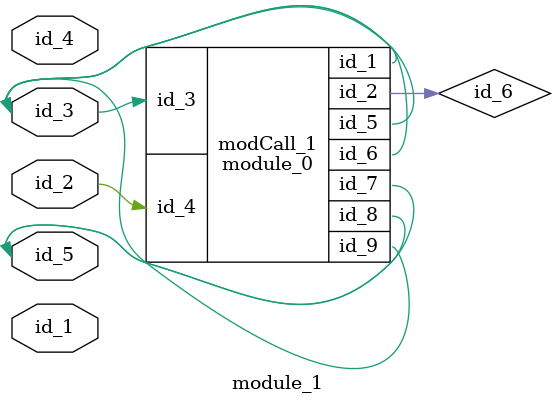
<source format=v>
module module_0 (
    id_1,
    id_2,
    id_3,
    id_4,
    id_5,
    id_6,
    id_7,
    id_8,
    id_9
);
  inout wire id_9;
  output wire id_8;
  output wire id_7;
  inout wire id_6;
  inout wire id_5;
  input wire id_4;
  input wire id_3;
  inout wire id_2;
  inout wire id_1;
  wire id_10;
  wire id_11;
  always id_6 = id_3;
endmodule
module module_1 (
    id_1,
    id_2,
    id_3,
    id_4,
    id_5
);
  inout wire id_5;
  input wire id_4;
  inout wire id_3;
  input wire id_2;
  input wire id_1;
  wire id_6;
  module_0 modCall_1 (
      id_3,
      id_6,
      id_3,
      id_2,
      id_3,
      id_3,
      id_5,
      id_5,
      id_3
  );
endmodule

</source>
